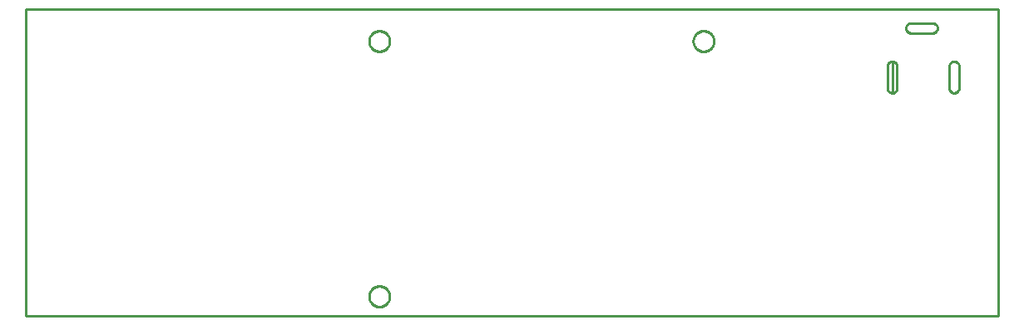
<source format=gbr>
G04 EAGLE Gerber RS-274X export*
G75*
%MOMM*%
%FSLAX34Y34*%
%LPD*%
%IN*%
%IPPOS*%
%AMOC8*
5,1,8,0,0,1.08239X$1,22.5*%
G01*
%ADD10C,0.254000*%


D10*
X0Y0D02*
X990000Y0D01*
X990000Y312500D01*
X0Y312500D01*
X0Y0D01*
X896000Y293300D02*
X896019Y292864D01*
X896076Y292432D01*
X896170Y292006D01*
X896302Y291590D01*
X896468Y291187D01*
X896670Y290800D01*
X896904Y290432D01*
X897170Y290086D01*
X897464Y289764D01*
X897786Y289470D01*
X898132Y289204D01*
X898500Y288970D01*
X898887Y288768D01*
X899290Y288602D01*
X899706Y288470D01*
X900132Y288376D01*
X900564Y288319D01*
X901000Y288300D01*
X923000Y288300D01*
X923436Y288319D01*
X923868Y288376D01*
X924294Y288470D01*
X924710Y288602D01*
X925113Y288768D01*
X925500Y288970D01*
X925868Y289204D01*
X926214Y289470D01*
X926536Y289764D01*
X926830Y290086D01*
X927096Y290432D01*
X927330Y290800D01*
X927532Y291187D01*
X927698Y291590D01*
X927830Y292006D01*
X927924Y292432D01*
X927981Y292864D01*
X928000Y293300D01*
X927981Y293736D01*
X927924Y294168D01*
X927830Y294594D01*
X927698Y295010D01*
X927532Y295413D01*
X927330Y295800D01*
X927096Y296168D01*
X926830Y296514D01*
X926536Y296836D01*
X926214Y297130D01*
X925868Y297396D01*
X925500Y297630D01*
X925113Y297832D01*
X924710Y297998D01*
X924294Y298130D01*
X923868Y298224D01*
X923436Y298281D01*
X923000Y298300D01*
X901000Y298300D01*
X900564Y298281D01*
X900132Y298224D01*
X899706Y298130D01*
X899290Y297998D01*
X898887Y297832D01*
X898500Y297630D01*
X898132Y297396D01*
X897786Y297130D01*
X897464Y296836D01*
X897170Y296514D01*
X896904Y296168D01*
X896670Y295800D01*
X896468Y295413D01*
X896302Y295010D01*
X896170Y294594D01*
X896076Y294168D01*
X896019Y293736D01*
X896000Y293300D01*
X940000Y232300D02*
X940019Y231864D01*
X940076Y231432D01*
X940170Y231006D01*
X940302Y230590D01*
X940468Y230187D01*
X940670Y229800D01*
X940904Y229432D01*
X941170Y229086D01*
X941464Y228764D01*
X941786Y228470D01*
X942132Y228204D01*
X942500Y227970D01*
X942887Y227768D01*
X943290Y227602D01*
X943706Y227470D01*
X944132Y227376D01*
X944564Y227319D01*
X945000Y227300D01*
X945436Y227319D01*
X945868Y227376D01*
X946294Y227470D01*
X946710Y227602D01*
X947113Y227768D01*
X947500Y227970D01*
X947868Y228204D01*
X948214Y228470D01*
X948536Y228764D01*
X948830Y229086D01*
X949096Y229432D01*
X949330Y229800D01*
X949532Y230187D01*
X949698Y230590D01*
X949830Y231006D01*
X949924Y231432D01*
X949981Y231864D01*
X950000Y232300D01*
X950000Y254300D01*
X949981Y254736D01*
X949924Y255168D01*
X949830Y255594D01*
X949698Y256010D01*
X949532Y256413D01*
X949330Y256800D01*
X949096Y257168D01*
X948830Y257514D01*
X948536Y257836D01*
X948214Y258130D01*
X947868Y258396D01*
X947500Y258630D01*
X947113Y258832D01*
X946710Y258998D01*
X946294Y259130D01*
X945868Y259224D01*
X945436Y259281D01*
X945000Y259300D01*
X944564Y259281D01*
X944132Y259224D01*
X943706Y259130D01*
X943290Y258998D01*
X942887Y258832D01*
X942500Y258630D01*
X942132Y258396D01*
X941786Y258130D01*
X941464Y257836D01*
X941170Y257514D01*
X940904Y257168D01*
X940670Y256800D01*
X940468Y256413D01*
X940302Y256010D01*
X940170Y255594D01*
X940076Y255168D01*
X940019Y254736D01*
X940000Y254300D01*
X940000Y232300D01*
X882000Y227300D02*
X882436Y227319D01*
X882868Y227376D01*
X883294Y227470D01*
X883710Y227602D01*
X884113Y227768D01*
X884500Y227970D01*
X884868Y228204D01*
X885214Y228470D01*
X885536Y228764D01*
X885830Y229086D01*
X886096Y229432D01*
X886330Y229800D01*
X886532Y230187D01*
X886698Y230590D01*
X886830Y231006D01*
X886924Y231432D01*
X886981Y231864D01*
X887000Y232300D01*
X887000Y254300D01*
X886981Y254736D01*
X886924Y255168D01*
X886830Y255594D01*
X886698Y256010D01*
X886532Y256413D01*
X886330Y256800D01*
X886096Y257168D01*
X885830Y257514D01*
X885536Y257836D01*
X885214Y258130D01*
X884868Y258396D01*
X884500Y258630D01*
X884113Y258832D01*
X883710Y258998D01*
X883294Y259130D01*
X882868Y259224D01*
X882436Y259281D01*
X882000Y259300D01*
X882000Y227300D01*
X877000Y232300D02*
X877019Y231864D01*
X877076Y231432D01*
X877170Y231006D01*
X877302Y230590D01*
X877468Y230187D01*
X877670Y229800D01*
X877904Y229432D01*
X878170Y229086D01*
X878464Y228764D01*
X878786Y228470D01*
X879132Y228204D01*
X879500Y227970D01*
X879887Y227768D01*
X880290Y227602D01*
X880706Y227470D01*
X881132Y227376D01*
X881564Y227319D01*
X882000Y227300D01*
X882000Y259300D01*
X881564Y259281D01*
X881132Y259224D01*
X880706Y259130D01*
X880290Y258998D01*
X879887Y258832D01*
X879500Y258630D01*
X879132Y258396D01*
X878786Y258130D01*
X878464Y257836D01*
X878170Y257514D01*
X877904Y257168D01*
X877670Y256800D01*
X877468Y256413D01*
X877302Y256010D01*
X877170Y255594D01*
X877076Y255168D01*
X877019Y254736D01*
X877000Y254300D01*
X877000Y232300D01*
X877000Y232300D02*
X877019Y231864D01*
X877076Y231432D01*
X877170Y231006D01*
X877302Y230590D01*
X877468Y230187D01*
X877670Y229800D01*
X877904Y229432D01*
X878170Y229086D01*
X878464Y228764D01*
X878786Y228470D01*
X879132Y228204D01*
X879500Y227970D01*
X879887Y227768D01*
X880290Y227602D01*
X880706Y227470D01*
X881132Y227376D01*
X881564Y227319D01*
X882000Y227300D01*
X882436Y227319D01*
X882868Y227376D01*
X883294Y227470D01*
X883710Y227602D01*
X884113Y227768D01*
X884500Y227970D01*
X884868Y228204D01*
X885214Y228470D01*
X885536Y228764D01*
X885830Y229086D01*
X886096Y229432D01*
X886330Y229800D01*
X886532Y230187D01*
X886698Y230590D01*
X886830Y231006D01*
X886924Y231432D01*
X886981Y231864D01*
X887000Y232300D01*
X887000Y254300D01*
X886981Y254736D01*
X886924Y255168D01*
X886830Y255594D01*
X886698Y256010D01*
X886532Y256413D01*
X886330Y256800D01*
X886096Y257168D01*
X885830Y257514D01*
X885536Y257836D01*
X885214Y258130D01*
X884868Y258396D01*
X884500Y258630D01*
X884113Y258832D01*
X883710Y258998D01*
X883294Y259130D01*
X882868Y259224D01*
X882436Y259281D01*
X882000Y259300D01*
X881564Y259281D01*
X881132Y259224D01*
X880706Y259130D01*
X880290Y258998D01*
X879887Y258832D01*
X879500Y258630D01*
X879132Y258396D01*
X878786Y258130D01*
X878464Y257836D01*
X878170Y257514D01*
X877904Y257168D01*
X877670Y256800D01*
X877468Y256413D01*
X877302Y256010D01*
X877170Y255594D01*
X877076Y255168D01*
X877019Y254736D01*
X877000Y254300D01*
X877000Y232300D01*
X370500Y279587D02*
X370435Y278765D01*
X370306Y277950D01*
X370114Y277148D01*
X369859Y276363D01*
X369543Y275601D01*
X369168Y274866D01*
X368737Y274162D01*
X368252Y273495D01*
X367716Y272867D01*
X367133Y272284D01*
X366506Y271748D01*
X365838Y271263D01*
X365134Y270832D01*
X364399Y270457D01*
X363637Y270141D01*
X362852Y269886D01*
X362050Y269694D01*
X361235Y269565D01*
X360413Y269500D01*
X359587Y269500D01*
X358765Y269565D01*
X357950Y269694D01*
X357148Y269886D01*
X356363Y270141D01*
X355601Y270457D01*
X354866Y270832D01*
X354162Y271263D01*
X353495Y271748D01*
X352867Y272284D01*
X352284Y272867D01*
X351748Y273495D01*
X351263Y274162D01*
X350832Y274866D01*
X350457Y275601D01*
X350141Y276363D01*
X349886Y277148D01*
X349694Y277950D01*
X349565Y278765D01*
X349500Y279587D01*
X349500Y280413D01*
X349565Y281235D01*
X349694Y282050D01*
X349886Y282852D01*
X350141Y283637D01*
X350457Y284399D01*
X350832Y285134D01*
X351263Y285838D01*
X351748Y286506D01*
X352284Y287133D01*
X352867Y287716D01*
X353495Y288252D01*
X354162Y288737D01*
X354866Y289168D01*
X355601Y289543D01*
X356363Y289859D01*
X357148Y290114D01*
X357950Y290306D01*
X358765Y290435D01*
X359587Y290500D01*
X360413Y290500D01*
X361235Y290435D01*
X362050Y290306D01*
X362852Y290114D01*
X363637Y289859D01*
X364399Y289543D01*
X365134Y289168D01*
X365838Y288737D01*
X366506Y288252D01*
X367133Y287716D01*
X367716Y287133D01*
X368252Y286506D01*
X368737Y285838D01*
X369168Y285134D01*
X369543Y284399D01*
X369859Y283637D01*
X370114Y282852D01*
X370306Y282050D01*
X370435Y281235D01*
X370500Y280413D01*
X370500Y279587D01*
X700500Y279587D02*
X700435Y278765D01*
X700306Y277950D01*
X700114Y277148D01*
X699859Y276363D01*
X699543Y275601D01*
X699168Y274866D01*
X698737Y274162D01*
X698252Y273495D01*
X697716Y272867D01*
X697133Y272284D01*
X696506Y271748D01*
X695838Y271263D01*
X695134Y270832D01*
X694399Y270457D01*
X693637Y270141D01*
X692852Y269886D01*
X692050Y269694D01*
X691235Y269565D01*
X690413Y269500D01*
X689587Y269500D01*
X688765Y269565D01*
X687950Y269694D01*
X687148Y269886D01*
X686363Y270141D01*
X685601Y270457D01*
X684866Y270832D01*
X684162Y271263D01*
X683495Y271748D01*
X682867Y272284D01*
X682284Y272867D01*
X681748Y273495D01*
X681263Y274162D01*
X680832Y274866D01*
X680457Y275601D01*
X680141Y276363D01*
X679886Y277148D01*
X679694Y277950D01*
X679565Y278765D01*
X679500Y279587D01*
X679500Y280413D01*
X679565Y281235D01*
X679694Y282050D01*
X679886Y282852D01*
X680141Y283637D01*
X680457Y284399D01*
X680832Y285134D01*
X681263Y285838D01*
X681748Y286506D01*
X682284Y287133D01*
X682867Y287716D01*
X683495Y288252D01*
X684162Y288737D01*
X684866Y289168D01*
X685601Y289543D01*
X686363Y289859D01*
X687148Y290114D01*
X687950Y290306D01*
X688765Y290435D01*
X689587Y290500D01*
X690413Y290500D01*
X691235Y290435D01*
X692050Y290306D01*
X692852Y290114D01*
X693637Y289859D01*
X694399Y289543D01*
X695134Y289168D01*
X695838Y288737D01*
X696506Y288252D01*
X697133Y287716D01*
X697716Y287133D01*
X698252Y286506D01*
X698737Y285838D01*
X699168Y285134D01*
X699543Y284399D01*
X699859Y283637D01*
X700114Y282852D01*
X700306Y282050D01*
X700435Y281235D01*
X700500Y280413D01*
X700500Y279587D01*
X370500Y19587D02*
X370435Y18765D01*
X370306Y17950D01*
X370114Y17148D01*
X369859Y16363D01*
X369543Y15601D01*
X369168Y14866D01*
X368737Y14162D01*
X368252Y13495D01*
X367716Y12867D01*
X367133Y12284D01*
X366506Y11748D01*
X365838Y11263D01*
X365134Y10832D01*
X364399Y10457D01*
X363637Y10141D01*
X362852Y9886D01*
X362050Y9694D01*
X361235Y9565D01*
X360413Y9500D01*
X359587Y9500D01*
X358765Y9565D01*
X357950Y9694D01*
X357148Y9886D01*
X356363Y10141D01*
X355601Y10457D01*
X354866Y10832D01*
X354162Y11263D01*
X353495Y11748D01*
X352867Y12284D01*
X352284Y12867D01*
X351748Y13495D01*
X351263Y14162D01*
X350832Y14866D01*
X350457Y15601D01*
X350141Y16363D01*
X349886Y17148D01*
X349694Y17950D01*
X349565Y18765D01*
X349500Y19587D01*
X349500Y20413D01*
X349565Y21235D01*
X349694Y22050D01*
X349886Y22852D01*
X350141Y23637D01*
X350457Y24399D01*
X350832Y25134D01*
X351263Y25838D01*
X351748Y26506D01*
X352284Y27133D01*
X352867Y27716D01*
X353495Y28252D01*
X354162Y28737D01*
X354866Y29168D01*
X355601Y29543D01*
X356363Y29859D01*
X357148Y30114D01*
X357950Y30306D01*
X358765Y30435D01*
X359587Y30500D01*
X360413Y30500D01*
X361235Y30435D01*
X362050Y30306D01*
X362852Y30114D01*
X363637Y29859D01*
X364399Y29543D01*
X365134Y29168D01*
X365838Y28737D01*
X366506Y28252D01*
X367133Y27716D01*
X367716Y27133D01*
X368252Y26506D01*
X368737Y25838D01*
X369168Y25134D01*
X369543Y24399D01*
X369859Y23637D01*
X370114Y22852D01*
X370306Y22050D01*
X370435Y21235D01*
X370500Y20413D01*
X370500Y19587D01*
M02*

</source>
